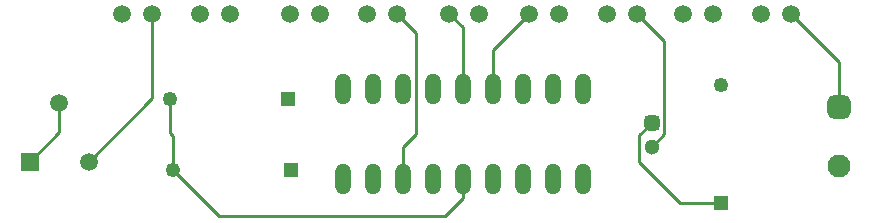
<source format=gtl>
G04*
G04 #@! TF.GenerationSoftware,Altium Limited,Altium Designer,24.1.2 (44)*
G04*
G04 Layer_Physical_Order=1*
G04 Layer_Color=255*
%FSLAX44Y44*%
%MOMM*%
G71*
G04*
G04 #@! TF.SameCoordinates,BB3BFAEA-7057-47C7-AC08-6295CB7027F8*
G04*
G04*
G04 #@! TF.FilePolarity,Positive*
G04*
G01*
G75*
%ADD13C,0.2540*%
%ADD16C,1.2500*%
%ADD17R,1.2500X1.2500*%
%ADD18R,1.2500X1.2500*%
%ADD25O,1.3208X2.6416*%
%ADD26C,1.5000*%
%ADD27C,1.9500*%
G04:AMPARAMS|DCode=28|XSize=1.95mm|YSize=1.95mm|CornerRadius=0.4875mm|HoleSize=0mm|Usage=FLASHONLY|Rotation=270.000|XOffset=0mm|YOffset=0mm|HoleType=Round|Shape=RoundedRectangle|*
%AMROUNDEDRECTD28*
21,1,1.9500,0.9750,0,0,270.0*
21,1,0.9750,1.9500,0,0,270.0*
1,1,0.9750,-0.4875,-0.4875*
1,1,0.9750,-0.4875,0.4875*
1,1,0.9750,0.4875,0.4875*
1,1,0.9750,0.4875,-0.4875*
%
%ADD28ROUNDEDRECTD28*%
%ADD29C,1.3000*%
G04:AMPARAMS|DCode=30|XSize=1.3mm|YSize=1.3mm|CornerRadius=0.325mm|HoleSize=0mm|Usage=FLASHONLY|Rotation=90.000|XOffset=0mm|YOffset=0mm|HoleType=Round|Shape=RoundedRectangle|*
%AMROUNDEDRECTD30*
21,1,1.3000,0.6500,0,0,90.0*
21,1,0.6500,1.3000,0,0,90.0*
1,1,0.6500,0.3250,0.3250*
1,1,0.6500,0.3250,-0.3250*
1,1,0.6500,-0.3250,-0.3250*
1,1,0.6500,-0.3250,0.3250*
%
%ADD30ROUNDEDRECTD30*%
%ADD31R,1.5080X1.5080*%
%ADD32C,1.5080*%
D13*
X558546Y107696D02*
X568960Y118110D01*
X558546Y85090D02*
Y107696D01*
Y85090D02*
X593306Y50330D01*
X627380D01*
X408940Y147320D02*
Y199390D01*
X397510Y210820D02*
X408940Y199390D01*
X67310Y110490D02*
Y135490D01*
X42310Y85490D02*
X67310Y110490D01*
X92310Y85490D02*
X146050Y139230D01*
Y210820D01*
X358140Y71120D02*
Y97790D01*
X369570Y109220D01*
Y194310D01*
X353060Y210820D02*
X369570Y194310D01*
X408940Y54610D02*
Y71120D01*
X393700Y39370D02*
X408940Y54610D01*
X202730Y39370D02*
X393700D01*
X163360Y78740D02*
X202730Y39370D01*
X727710Y132080D02*
Y170180D01*
X687070Y210820D02*
X727710Y170180D01*
X434340Y147320D02*
Y180340D01*
X464820Y210820D01*
X556260D02*
X579374Y187706D01*
Y108524D02*
Y187706D01*
X568960Y98110D02*
X579374Y108524D01*
X160820Y109728D02*
Y138430D01*
Y109728D02*
X163360Y107188D01*
Y78740D02*
Y107188D01*
D16*
X627380Y150330D02*
D03*
X163360Y78740D02*
D03*
X160820Y138430D02*
D03*
D17*
X627380Y50330D02*
D03*
D18*
X263360Y78740D02*
D03*
X260820Y138430D02*
D03*
D25*
X307340Y147320D02*
D03*
X332740D02*
D03*
X358140D02*
D03*
X383540D02*
D03*
X434340D02*
D03*
X459740D02*
D03*
X485140D02*
D03*
X510540D02*
D03*
Y71120D02*
D03*
X408940D02*
D03*
X434340D02*
D03*
X383540D02*
D03*
X358140D02*
D03*
X485140D02*
D03*
X459740D02*
D03*
X332740D02*
D03*
X307340D02*
D03*
X408940Y147320D02*
D03*
D26*
X530860Y210820D02*
D03*
X556260D02*
D03*
X327660D02*
D03*
X353060D02*
D03*
X262890D02*
D03*
X288290D02*
D03*
X397510D02*
D03*
X422910D02*
D03*
X464820D02*
D03*
X490220D02*
D03*
X595630D02*
D03*
X621030D02*
D03*
X661670D02*
D03*
X687070D02*
D03*
X120650D02*
D03*
X146050D02*
D03*
X186690D02*
D03*
X212090D02*
D03*
D27*
X727710Y82080D02*
D03*
D28*
Y132080D02*
D03*
D29*
X568960Y98110D02*
D03*
D30*
Y118110D02*
D03*
D31*
X42310Y85490D02*
D03*
D32*
X67310Y135490D02*
D03*
X92310Y85490D02*
D03*
M02*

</source>
